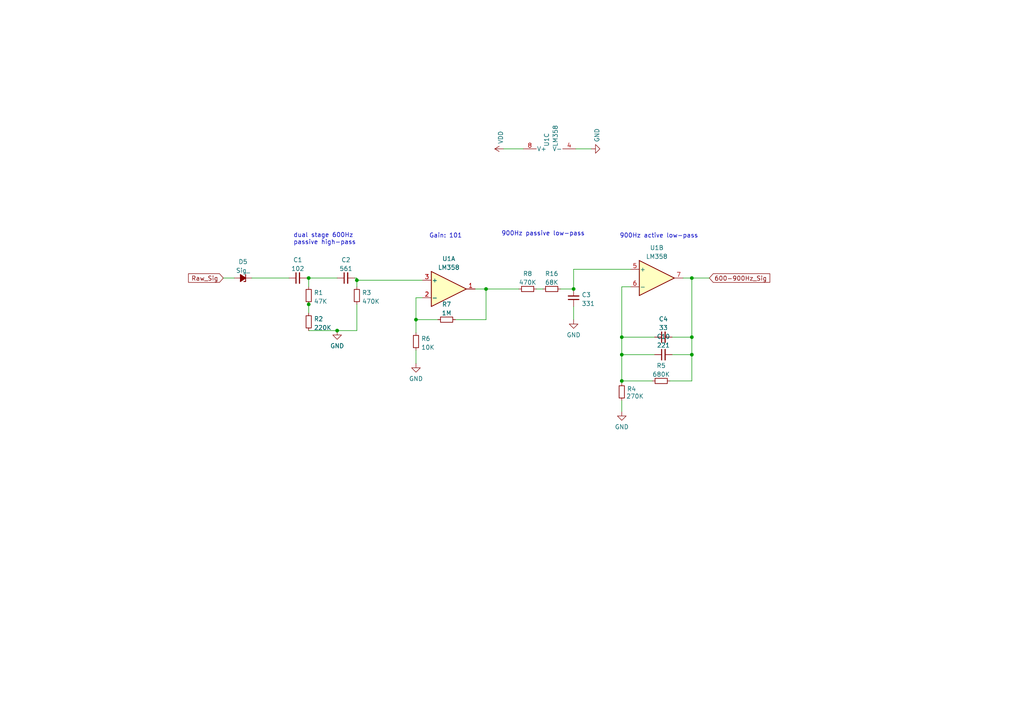
<source format=kicad_sch>
(kicad_sch (version 20211123) (generator eeschema)
  (paper "A4")
  (lib_symbols
    (symbol "Amplifier_Operational:LM358" (pin_names (offset 0.127))
      (property "Reference" "U" (at 0 5.08 0))
      (property "Value" "LM358" (at 0 -5.08 0))
      (symbol "LM358_1_1"
        (polyline (pts (xy -5.08 5.08) (xy 5.08 0) (xy -5.08 -5.08) (xy -5.08 5.08)) (stroke (width 0.254)) (fill (type background)))
        (pin output line (at 7.62 0 180) (length 2.54) (name "~") (number "1"))
        (pin input line (at -7.62 -2.54 0) (length 2.54) (name "-") (number "2"))
        (pin input line (at -7.62 2.54 0) (length 2.54) (name "+") (number "3"))
      )
      (symbol "LM358_2_1"
        (polyline (pts (xy -5.08 5.08) (xy 5.08 0) (xy -5.08 -5.08) (xy -5.08 5.08)) (stroke (width 0.254)) (fill (type background)))
        (pin input line (at -7.62 2.54 0) (length 2.54) (name "+") (number "5"))
        (pin input line (at -7.62 -2.54 0) (length 2.54) (name "-") (number "6"))
        (pin output line (at 7.62 0 180) (length 2.54) (name "~") (number "7"))
      )
      (symbol "LM358_3_1"
        (pin power_in line (at -2.54 -7.62 90) (length 3.81) (name "V-") (number "4"))
        (pin power_in line (at -2.54 7.62 270) (length 3.81) (name "V+") (number "8"))
      )
    )
    (symbol "Device:C_Small" (pin_numbers hide) (pin_names (offset 0.254) hide)
      (property "Reference" "C" (at 0.254 1.778 0))
      (property "Value" "C_Small" (at 0.254 -2.032 0))
      (symbol "C_Small_0_1"
        (polyline (pts (xy -1.524 -0.508) (xy 1.524 -0.508)) (stroke (width 0.3302)))
        (polyline (pts (xy -1.524 0.508) (xy 1.524 0.508)) (stroke (width 0.3048)))
      )
      (symbol "C_Small_1_1"
        (pin passive line (at 0 2.54 270) (length 2.032) (name "~") (number "1"))
        (pin passive line (at 0 -2.54 90) (length 2.032) (name "~") (number "2"))
      )
    )
    (symbol "Device:D_Zener_Small_Filled" (pin_numbers hide) (pin_names (offset 0.254) hide)
      (property "Reference" "D" (at 0 2.286 0))
      (property "Value" "D_Zener_Small_Filled" (at 0 -2.286 0))
      (symbol "D_Zener_Small_Filled_0_1"
        (polyline (pts (xy 0.762 0) (xy -0.762 0)))
        (polyline (pts (xy -0.254 1.016) (xy -0.762 1.016) (xy -0.762 -1.016)) (stroke (width 0.254)))
        (polyline (pts (xy 0.762 1.016) (xy -0.762 0) (xy 0.762 -1.016) (xy 0.762 1.016)) (stroke (width 0.254)) (fill (type outline)))
      )
      (symbol "D_Zener_Small_Filled_1_1"
        (pin passive line (at -2.54 0 0) (length 1.778) (name "K") (number "1"))
        (pin passive line (at 2.54 0 180) (length 1.778) (name "A") (number "2"))
      )
    )
    (symbol "Device:R_Small" (pin_numbers hide) (pin_names (offset 0.254) hide)
      (property "Reference" "R" (at 0.762 0.508 0))
      (property "Value" "R_Small" (at 0.762 -1.016 0))
      (symbol "R_Small_0_1"
        (rectangle (start -0.762 1.778) (end 0.762 -1.778) (stroke (width 0.2032)))
      )
      (symbol "R_Small_1_1"
        (pin passive line (at 0 2.54 270) (length 0.762) (name "~") (number "1"))
        (pin passive line (at 0 -2.54 90) (length 0.762) (name "~") (number "2"))
      )
    )
    (symbol "power:GND" (power) (pin_names (offset 0))
      (property "Value" "GND" (at 0 -3.81 0))
      (symbol "GND_0_1"
        (polyline (pts (xy 0 0) (xy 0 -1.27) (xy 1.27 -1.27) (xy 0 -2.54) (xy -1.27 -1.27) (xy 0 -1.27)))
      )
      (symbol "GND_1_1"
        (pin power_in line (at 0 0 270) (length 0) hide (name "GND") (number "1"))
      )
    )
    (symbol "power:VDD" (power) (pin_names (offset 0))
      (property "Value" "VDD" (at 0 3.81 0))
      (symbol "VDD_0_1"
        (polyline (pts (xy -0.762 1.27) (xy 0 2.54)))
        (polyline (pts (xy 0 0) (xy 0 2.54)))
        (polyline (pts (xy 0 2.54) (xy 0.762 1.27)))
      )
      (symbol "VDD_1_1"
        (pin power_in line (at 0 0 90) (length 0) hide (name "VDD") (number "1"))
      )
    )
  )
  (junction (at 103.505 81.28))
  (junction (at 180.34 97.79))
  (junction (at 200.66 97.79))
  (junction (at 166.37 83.82))
  (junction (at 89.535 80.645))
  (junction (at 89.535 88.265))
  (junction (at 200.66 80.645))
  (junction (at 180.34 110.49))
  (junction (at 200.66 102.87))
  (junction (at 140.97 83.82))
  (junction (at 120.65 92.71))
  (junction (at 97.79 95.885))
  (junction (at 180.34 102.87))
  (wire (pts (xy 73.025 80.645) (xy 83.82 80.645)))
  (wire (pts (xy 89.535 88.265) (xy 89.535 90.805)))
  (wire (pts (xy 155.575 83.82) (xy 157.48 83.82)))
  (wire (pts (xy 162.56 83.82) (xy 166.37 83.82)))
  (wire (pts (xy 64.77 80.645) (xy 67.945 80.645)))
  (wire (pts (xy 120.65 101.6) (xy 120.65 105.41)))
  (wire (pts (xy 137.795 83.82) (xy 140.97 83.82)))
  (wire (pts (xy 180.34 110.49) (xy 180.34 111.125)))
  (wire (pts (xy 194.31 110.49) (xy 200.66 110.49)))
  (wire (pts (xy 103.505 81.28) (xy 103.505 83.185)))
  (wire (pts (xy 140.97 83.82) (xy 150.495 83.82)))
  (wire (pts (xy 200.66 80.645) (xy 200.66 97.79)))
  (wire (pts (xy 122.555 86.36) (xy 120.65 86.36)))
  (wire (pts (xy 200.66 80.645) (xy 205.74 80.645)))
  (wire (pts (xy 127 92.71) (xy 120.65 92.71)))
  (wire (pts (xy 180.34 83.185) (xy 180.34 97.79)))
  (wire (pts (xy 166.37 83.82) (xy 166.37 78.105)))
  (wire (pts (xy 166.37 78.105) (xy 182.88 78.105)))
  (wire (pts (xy 180.34 116.205) (xy 180.34 119.38)))
  (wire (pts (xy 88.9 80.645) (xy 89.535 80.645)))
  (wire (pts (xy 103.505 95.885) (xy 97.79 95.885)))
  (wire (pts (xy 140.97 92.71) (xy 140.97 83.82)))
  (wire (pts (xy 167.005 43.18) (xy 171.45 43.18)))
  (wire (pts (xy 146.05 43.18) (xy 151.765 43.18)))
  (wire (pts (xy 180.34 97.79) (xy 180.34 102.87)))
  (wire (pts (xy 198.12 80.645) (xy 200.66 80.645)))
  (wire (pts (xy 97.79 95.885) (xy 89.535 95.885)))
  (wire (pts (xy 166.37 88.9) (xy 166.37 92.71)))
  (wire (pts (xy 182.88 83.185) (xy 180.34 83.185)))
  (wire (pts (xy 189.23 110.49) (xy 180.34 110.49)))
  (wire (pts (xy 89.535 87.63) (xy 89.535 88.265)))
  (wire (pts (xy 89.535 80.645) (xy 97.79 80.645)))
  (wire (pts (xy 180.34 102.87) (xy 180.34 110.49)))
  (wire (pts (xy 89.535 83.185) (xy 89.535 80.645)))
  (wire (pts (xy 180.34 97.79) (xy 189.865 97.79)))
  (wire (pts (xy 132.08 92.71) (xy 140.97 92.71)))
  (wire (pts (xy 120.65 92.71) (xy 120.65 96.52)))
  (wire (pts (xy 200.66 102.87) (xy 200.66 97.79)))
  (wire (pts (xy 194.945 102.87) (xy 200.66 102.87)))
  (wire (pts (xy 180.34 102.87) (xy 189.865 102.87)))
  (wire (pts (xy 102.87 80.645) (xy 103.505 80.645)))
  (wire (pts (xy 103.505 80.645) (xy 103.505 81.28)))
  (wire (pts (xy 103.505 81.28) (xy 122.555 81.28)))
  (wire (pts (xy 194.945 97.79) (xy 200.66 97.79)))
  (wire (pts (xy 103.505 88.265) (xy 103.505 95.885)))
  (wire (pts (xy 200.66 110.49) (xy 200.66 102.87)))
  (wire (pts (xy 120.65 92.71) (xy 120.65 86.36)))
  (text "dual stage 600Hz\npassive high-pass" (at 85.09 71.12 0) (effects (font (size 1.27 1.27)) (justify left bottom)))
  (text "900Hz passive low-pass" (at 145.415 68.58 0) (effects (font (size 1.27 1.27)) (justify left bottom)))
  (text "Gain: 101" (at 124.46 69.215 0) (effects (font (size 1.27 1.27)) (justify left bottom)))
  (text "900Hz active low-pass" (at 179.705 69.215 0) (effects (font (size 1.27 1.27)) (justify left bottom)))
  (global_label "600-900Hz_Sig" (shape input) (at 205.74 80.645 0) (property "Intersheet References" "${INTERSHEET_REFS}" (effects hide)))
  (global_label "Raw_Sig" (shape input) (at 64.77 80.645 180) (property "Intersheet References" "${INTERSHEET_REFS}" (effects hide)))
  (symbol (lib_id "Device:C_Small") (at 166.37 86.36 180) (unit 1)
    (property "Reference" "C3" (at 168.6941 85.5189 0) (effects (justify right)))
    (property "Value" "331" (at 168.6941 88.0558 0) (effects (justify right)))
    (property "Footprint" "Capacitor_THT:C_Disc_D7.0mm_W2.5mm_P5.00mm" (effects hide))
  )
  (symbol (lib_id "Device:R_Small") (at 120.65 99.06 0) (unit 1)
    (property "Reference" "R6" (at 122.1486 98.2253 0) (effects (justify left)))
    (property "Value" "10K" (at 122.1486 100.7622 0) (effects (justify left)))
    (property "Footprint" "Resistor_THT:R_Axial_DIN0204_L3.6mm_D1.6mm_P5.08mm_Horizontal" (effects hide))
  )
  (symbol (lib_id "Device:C_Small") (at 86.36 80.645 90) (unit 1)
    (property "Reference" "C1" (at 86.3663 75.3831 90))
    (property "Value" "102" (at 86.3663 77.92 90))
    (property "Footprint" "Capacitor_THT:C_Disc_D7.0mm_W2.5mm_P5.00mm" (effects hide))
  )
  (symbol (lib_id "Amplifier_Operational:LM358") (at 130.175 83.82 0) (unit 1)
    (property "Reference" "U1" (at 130.175 75.0402 0))
    (property "Value" "LM358" (at 130.175 77.5771 0))
    (property "Footprint" "Package_DIP:DIP-8_W7.62mm" (effects hide))
    (property "Datasheet" "http://www.ti.com/lit/ds/symlink/lm2904-n.pdf" (effects hide))
  )
  (symbol (lib_id "power:GND") (at 97.79 95.885 0) (unit 1)
    (property "Reference" "#PWR?" (effects hide))
    (property "Value" "GND" (at 97.79 100.3284 0))
  )
  (symbol (lib_id "Device:R_Small") (at 180.34 113.665 0) (unit 1)
    (property "Reference" "R4" (at 181.8386 112.8303 0) (effects (justify left)))
    (property "Value" "270K" (at 181.61 114.935 0) (effects (justify left)))
    (property "Footprint" "Resistor_THT:R_Axial_DIN0204_L3.6mm_D1.6mm_P5.08mm_Horizontal" (effects hide))
  )
  (symbol (lib_id "power:GND") (at 120.65 105.41 0) (unit 1)
    (property "Reference" "#PWR02" (effects hide))
    (property "Value" "GND" (at 120.65 109.8534 0))
  )
  (symbol (lib_id "Device:R_Small") (at 191.77 110.49 270) (unit 1)
    (property "Reference" "R5" (at 191.77 106.0536 90))
    (property "Value" "680K" (at 191.77 108.5905 90))
    (property "Footprint" "Resistor_THT:R_Axial_DIN0204_L3.6mm_D1.6mm_P5.08mm_Horizontal" (effects hide))
  )
  (symbol (lib_id "Device:C_Small") (at 100.33 80.645 90) (unit 1)
    (property "Reference" "C2" (at 100.3363 75.3831 90))
    (property "Value" "561" (at 100.3363 77.92 90))
    (property "Footprint" "Capacitor_THT:C_Disc_D7.0mm_W2.5mm_P5.00mm" (effects hide))
  )
  (symbol (lib_id "Device:R_Small") (at 153.035 83.82 270) (unit 1)
    (property "Reference" "R8" (at 153.035 79.3836 90))
    (property "Value" "470K" (at 153.035 81.9205 90))
    (property "Footprint" "Resistor_THT:R_Axial_DIN0204_L3.6mm_D1.6mm_P5.08mm_Horizontal" (effects hide))
  )
  (symbol (lib_id "Device:R_Small") (at 160.02 83.82 270) (unit 1)
    (property "Reference" "R16" (at 160.02 79.3836 90))
    (property "Value" "68K" (at 160.02 81.9205 90))
    (property "Footprint" "Resistor_THT:R_Axial_DIN0204_L3.6mm_D1.6mm_P5.08mm_Horizontal" (effects hide))
  )
  (symbol (lib_id "Device:D_Zener_Small_Filled") (at 70.485 80.645 180) (unit 1)
    (property "Reference" "D5" (at 70.485 75.9292 0))
    (property "Value" "Sig_" (at 70.485 78.4661 0))
    (property "Footprint" "Diode_THT:D_DO-34_SOD68_P7.62mm_Horizontal" (effects hide))
  )
  (symbol (lib_id "power:GND") (at 171.45 43.18 90) (unit 1)
    (property "Reference" "#PWR05" (effects hide))
    (property "Value" "GND" (at 173.1538 41.275 0) (effects (justify left)))
  )
  (symbol (lib_id "power:VDD") (at 146.05 43.18 90) (unit 1)
    (property "Reference" "#PWR04" (effects hide))
    (property "Value" "VDD" (at 145.2138 41.783 0) (effects (justify left)))
  )
  (symbol (lib_id "Device:R_Small") (at 89.535 93.345 0) (unit 1)
    (property "Reference" "R2" (at 91.0336 92.5103 0) (effects (justify left)))
    (property "Value" "220K" (at 91.0336 95.0472 0) (effects (justify left)))
    (property "Footprint" "Resistor_THT:R_Axial_DIN0204_L3.6mm_D1.6mm_P5.08mm_Horizontal" (effects hide))
  )
  (symbol (lib_id "power:GND") (at 166.37 92.71 0) (unit 1)
    (property "Reference" "#PWR01" (effects hide))
    (property "Value" "GND" (at 166.37 97.1534 0))
  )
  (symbol (lib_id "Device:C_Small") (at 192.405 97.79 90) (unit 1)
    (property "Reference" "C4" (at 192.4113 92.5281 90))
    (property "Value" "33" (at 192.4113 95.065 90))
    (property "Footprint" "Capacitor_THT:C_Disc_D7.0mm_W2.5mm_P5.00mm" (effects hide))
  )
  (symbol (lib_id "Amplifier_Operational:LM358") (at 159.385 40.64 90) (unit 3)
    (property "Reference" "U1" (at 158.5503 42.545 0) (effects (justify left)))
    (property "Value" "LM358" (at 161.0872 42.545 0) (effects (justify left)))
    (property "Footprint" "Package_DIP:DIP-8_W7.62mm" (effects hide))
    (property "Datasheet" "http://www.ti.com/lit/ds/symlink/lm2904-n.pdf" (effects hide))
  )
  (symbol (lib_id "Amplifier_Operational:LM358") (at 190.5 80.645 0) (unit 2)
    (property "Reference" "U1" (at 190.5 71.8652 0))
    (property "Value" "LM358" (at 190.5 74.4021 0))
    (property "Footprint" "Package_DIP:DIP-8_W7.62mm" (effects hide))
    (property "Datasheet" "http://www.ti.com/lit/ds/symlink/lm2904-n.pdf" (effects hide))
  )
  (symbol (lib_id "Device:R_Small") (at 103.505 85.725 180) (unit 1)
    (property "Reference" "R3" (at 105.0036 84.8903 0) (effects (justify right)))
    (property "Value" "470K" (at 105.0036 87.4272 0) (effects (justify right)))
    (property "Footprint" "Resistor_THT:R_Axial_DIN0204_L3.6mm_D1.6mm_P5.08mm_Horizontal" (effects hide))
  )
  (symbol (lib_id "Device:R_Small") (at 129.54 92.71 270) (unit 1)
    (property "Reference" "R7" (at 129.54 88.2736 90))
    (property "Value" "1M" (at 129.54 90.8105 90))
    (property "Footprint" "Resistor_THT:R_Axial_DIN0204_L3.6mm_D1.6mm_P5.08mm_Horizontal" (effects hide))
  )
  (symbol (lib_id "power:GND") (at 180.34 119.38 0) (unit 1)
    (property "Reference" "#PWR03" (effects hide))
    (property "Value" "GND" (at 180.34 123.8234 0))
  )
  (symbol (lib_id "Device:C_Small") (at 192.405 102.87 90) (unit 1)
    (property "Reference" "C10" (at 192.4113 97.6081 90))
    (property "Value" "221" (at 192.4113 100.145 90))
    (property "Footprint" "Capacitor_THT:C_Disc_D7.0mm_W2.5mm_P5.00mm" (effects hide))
  )
  (symbol (lib_id "Device:R_Small") (at 89.535 85.725 180) (unit 1)
    (property "Reference" "R1" (at 91.0336 84.8903 0) (effects (justify right)))
    (property "Value" "47K" (at 91.0336 87.4272 0) (effects (justify right)))
    (property "Footprint" "Resistor_THT:R_Axial_DIN0204_L3.6mm_D1.6mm_P5.08mm_Horizontal" (effects hide))
  )
)
</source>
